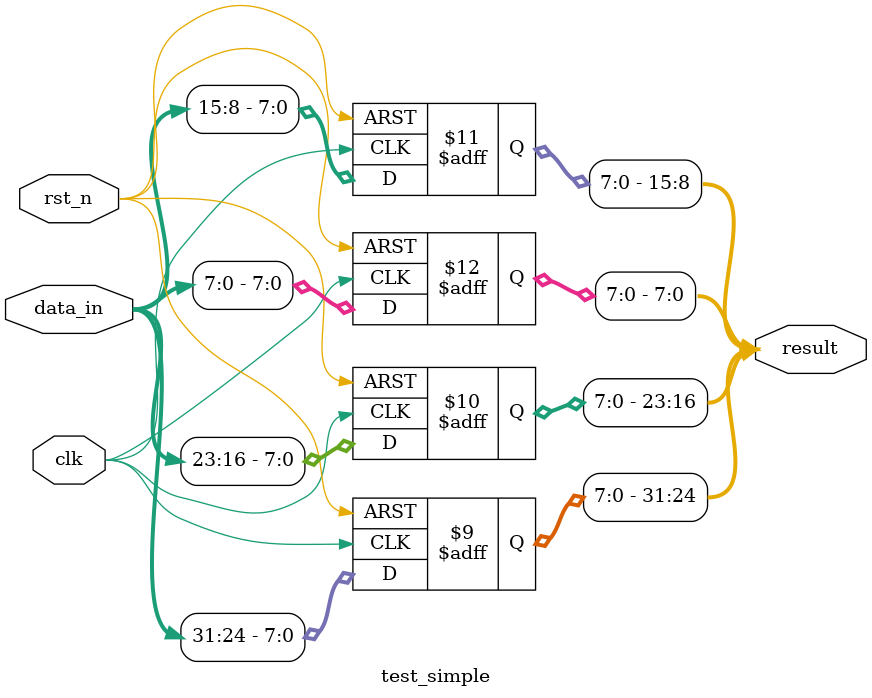
<source format=sv>
module test_simple (
    input  logic clk,
    input  logic rst_n,
    input  logic [31:0] data_in,
    output logic [31:0] result
);
    genvar i;
    generate
        for (i = 0; i < 4; i = i + 1) begin : gen_ff
            always_ff @(posedge clk or negedge rst_n) begin
                if (!rst_n) begin
                    result[i*8 +: 8] <= '0;
                end else begin
                    result[i*8 +: 8] <= data_in[i*8 +: 8];
                end
            end
        end
    endgenerate
endmodule
</source>
